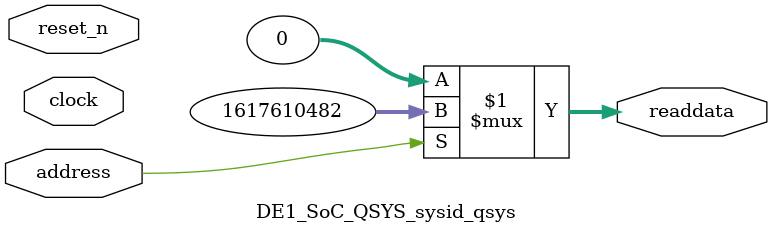
<source format=v>

`timescale 1ns / 1ps
// synthesis translate_on

// turn off superfluous verilog processor warnings 
// altera message_level Level1 
// altera message_off 10034 10035 10036 10037 10230 10240 10030 

module DE1_SoC_QSYS_sysid_qsys (
               // inputs:
                address,
                clock,
                reset_n,

               // outputs:
                readdata
             )
;

  output  [ 31: 0] readdata;
  input            address;
  input            clock;
  input            reset_n;

  wire    [ 31: 0] readdata;
  //control_slave, which is an e_avalon_slave
  assign readdata = address ? 1617610482 : 0;

endmodule




</source>
